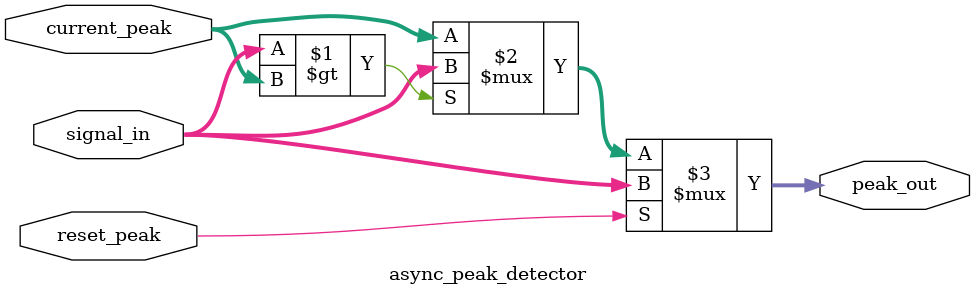
<source format=sv>
module async_peak_detector #(
    parameter W = 12
)(
    input [W-1:0] signal_in,
    input [W-1:0] current_peak,
    input reset_peak,
    output [W-1:0] peak_out
);
    // Find peak value
    assign peak_out = reset_peak ? signal_in :
                     (signal_in > current_peak) ? signal_in : current_peak;
endmodule
</source>
